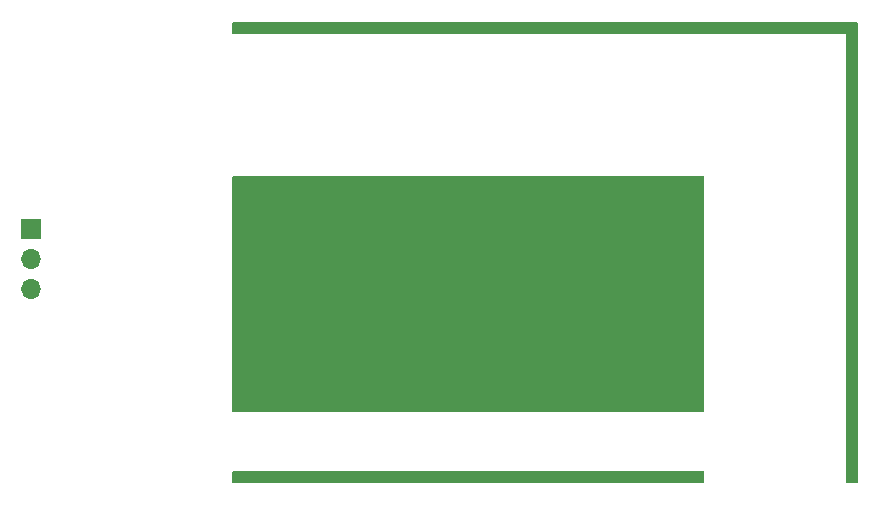
<source format=gbr>
%TF.GenerationSoftware,KiCad,Pcbnew,7.0.2-0*%
%TF.CreationDate,2025-01-08T15:26:18-05:00*%
%TF.ProjectId,plaqchek_electrodes,706c6171-6368-4656-9b5f-656c65637472,rev?*%
%TF.SameCoordinates,Original*%
%TF.FileFunction,Soldermask,Top*%
%TF.FilePolarity,Negative*%
%FSLAX46Y46*%
G04 Gerber Fmt 4.6, Leading zero omitted, Abs format (unit mm)*
G04 Created by KiCad (PCBNEW 7.0.2-0) date 2025-01-08 15:26:18*
%MOMM*%
%LPD*%
G01*
G04 APERTURE LIST*
%ADD10R,1.700000X1.700000*%
%ADD11O,1.700000X1.700000*%
G04 APERTURE END LIST*
D10*
%TO.C,J1*%
X144000000Y-101475000D03*
D11*
X144000000Y-104015000D03*
X144000000Y-106555000D03*
%TD*%
G36*
X213943039Y-84019685D02*
G01*
X213988794Y-84072489D01*
X214000000Y-84124000D01*
X214000000Y-122876000D01*
X213980315Y-122943039D01*
X213927511Y-122988794D01*
X213876000Y-123000000D01*
X213124000Y-123000000D01*
X213056961Y-122980315D01*
X213011206Y-122927511D01*
X213000000Y-122876000D01*
X213000000Y-85000000D01*
X161124000Y-85000000D01*
X161056961Y-84980315D01*
X161011206Y-84927511D01*
X161000000Y-84876000D01*
X161000000Y-84124000D01*
X161019685Y-84056961D01*
X161072489Y-84011206D01*
X161124000Y-84000000D01*
X213876000Y-84000000D01*
X213943039Y-84019685D01*
G37*
G36*
X200943039Y-97019685D02*
G01*
X200988794Y-97072489D01*
X201000000Y-97124000D01*
X201000000Y-116876000D01*
X200980315Y-116943039D01*
X200927511Y-116988794D01*
X200876000Y-117000000D01*
X161124000Y-117000000D01*
X161056961Y-116980315D01*
X161011206Y-116927511D01*
X161000000Y-116876000D01*
X161000000Y-97124000D01*
X161019685Y-97056961D01*
X161072489Y-97011206D01*
X161124000Y-97000000D01*
X200876000Y-97000000D01*
X200943039Y-97019685D01*
G37*
G36*
X200943039Y-122019685D02*
G01*
X200988794Y-122072489D01*
X201000000Y-122124000D01*
X201000000Y-122876000D01*
X200980315Y-122943039D01*
X200927511Y-122988794D01*
X200876000Y-123000000D01*
X161124000Y-123000000D01*
X161056961Y-122980315D01*
X161011206Y-122927511D01*
X161000000Y-122876000D01*
X161000000Y-122124000D01*
X161019685Y-122056961D01*
X161072489Y-122011206D01*
X161124000Y-122000000D01*
X200876000Y-122000000D01*
X200943039Y-122019685D01*
G37*
M02*

</source>
